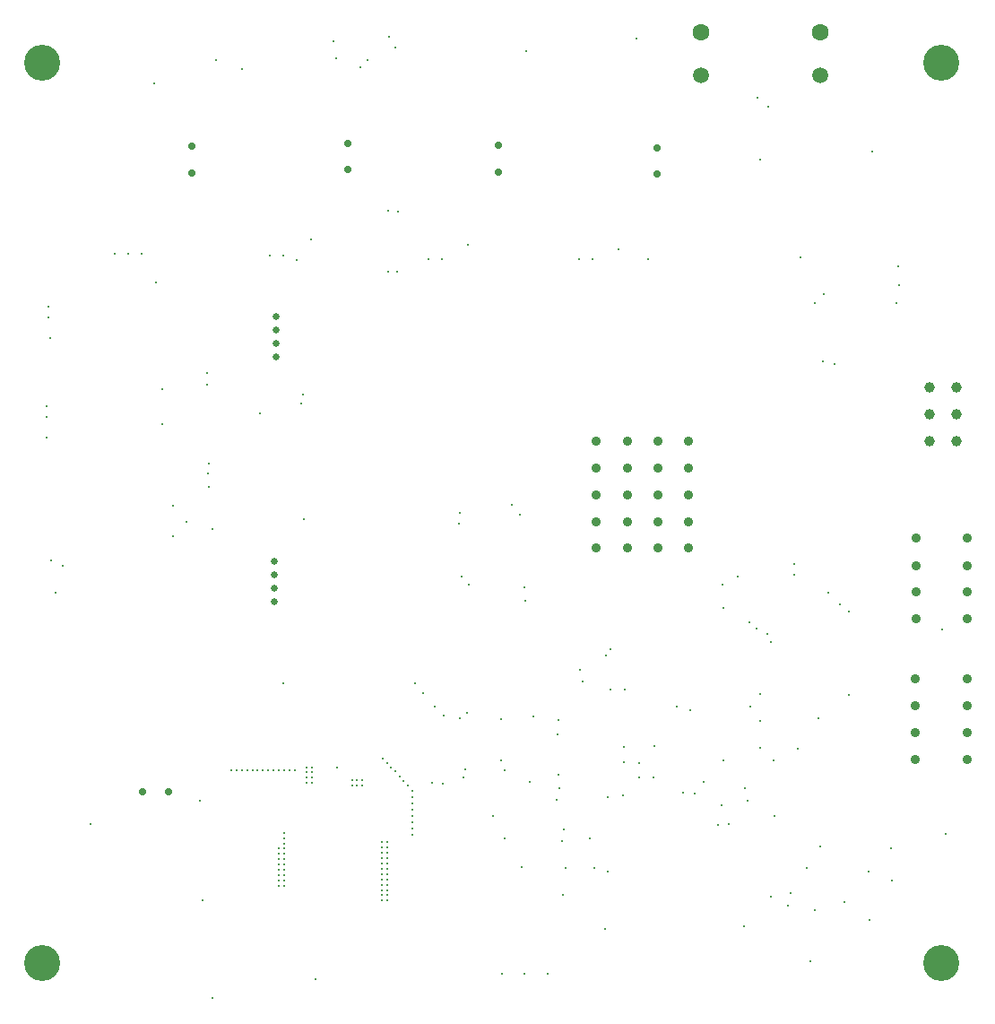
<source format=gbr>
%TF.GenerationSoftware,Altium Limited,Altium Designer,21.7.2 (23)*%
G04 Layer_Color=0*
%FSLAX24Y24*%
%MOIN*%
%TF.SameCoordinates,F115D885-3665-466D-A638-D1939FCD3409*%
%TF.FilePolarity,Positive*%
%TF.FileFunction,Plated,1,2,PTH,Drill*%
%TF.Part,Single*%
G01*
G75*
%TA.AperFunction,ComponentDrill*%
%ADD142C,0.0394*%
%ADD143C,0.0354*%
%ADD144C,0.0276*%
%ADD145C,0.0630*%
%ADD146C,0.0598*%
%ADD147C,0.0256*%
%TA.AperFunction,OtherDrill,Pad Free-4 (3543.307mil,196.85mil)*%
%ADD148C,0.1339*%
%TA.AperFunction,OtherDrill,Pad Free-3 (196.85mil,196.85mil)*%
%ADD149C,0.1339*%
%TA.AperFunction,OtherDrill,Pad Free-2 (196.85mil,3543.307mil)*%
%ADD150C,0.1339*%
%TA.AperFunction,OtherDrill,Pad Free-1 (3543.307mil,3543.307mil)*%
%ADD151C,0.1339*%
%TA.AperFunction,ComponentDrill*%
%ADD152C,0.0276*%
%TA.AperFunction,ViaDrill,NotFilled*%
%ADD153C,0.0118*%
%ADD154C,0.0098*%
D142*
X34984Y23362D02*
D03*
X35984D02*
D03*
X34984Y22362D02*
D03*
X35984D02*
D03*
X34984Y21362D02*
D03*
X35984D02*
D03*
D143*
X22598Y19386D02*
D03*
Y17402D02*
D03*
Y18386D02*
D03*
Y21354D02*
D03*
Y20354D02*
D03*
X23740Y19386D02*
D03*
Y17402D02*
D03*
Y18386D02*
D03*
Y21354D02*
D03*
Y20354D02*
D03*
X24882Y19386D02*
D03*
Y17402D02*
D03*
Y18386D02*
D03*
Y21354D02*
D03*
Y20354D02*
D03*
X26024Y19386D02*
D03*
Y17402D02*
D03*
Y18386D02*
D03*
Y21354D02*
D03*
Y20354D02*
D03*
X36378Y16732D02*
D03*
Y14764D02*
D03*
Y15764D02*
D03*
Y17764D02*
D03*
X34488Y16728D02*
D03*
Y14760D02*
D03*
Y15760D02*
D03*
Y17760D02*
D03*
X36378Y11520D02*
D03*
Y9551D02*
D03*
Y10551D02*
D03*
Y12551D02*
D03*
X34449Y11520D02*
D03*
Y9551D02*
D03*
Y10551D02*
D03*
Y12551D02*
D03*
D144*
X13366Y32441D02*
D03*
Y31457D02*
D03*
X18957Y32362D02*
D03*
Y31378D02*
D03*
X7559Y32323D02*
D03*
Y31339D02*
D03*
X24862Y32283D02*
D03*
Y31299D02*
D03*
D145*
X26488Y36555D02*
D03*
X30913D02*
D03*
D146*
X26488Y34980D02*
D03*
X30913D02*
D03*
D147*
X10669Y25988D02*
D03*
Y25488D02*
D03*
Y24988D02*
D03*
Y24488D02*
D03*
X10630Y16892D02*
D03*
Y16392D02*
D03*
Y15892D02*
D03*
Y15392D02*
D03*
D148*
X35433Y1969D02*
D03*
D149*
X1969D02*
D03*
D150*
Y35433D02*
D03*
D151*
X35433D02*
D03*
D152*
X6693Y8346D02*
D03*
X5709D02*
D03*
D153*
X30906Y6299D02*
D03*
X33543Y6220D02*
D03*
X28583Y34134D02*
D03*
X30709Y3937D02*
D03*
X32756Y3583D02*
D03*
X30433Y5512D02*
D03*
X29724Y4094D02*
D03*
X30551Y2047D02*
D03*
X27244Y7835D02*
D03*
X27126Y7087D02*
D03*
X27520Y7126D02*
D03*
X29803Y4567D02*
D03*
X21392Y6933D02*
D03*
X28701Y11968D02*
D03*
X31969Y11929D02*
D03*
Y15039D02*
D03*
X28307Y11496D02*
D03*
X28701Y9961D02*
D03*
X35438Y14365D02*
D03*
X8307Y669D02*
D03*
X7942Y4316D02*
D03*
X7835Y7992D02*
D03*
X23017Y5372D02*
D03*
X29094Y4449D02*
D03*
X31654Y15315D02*
D03*
X31220Y15748D02*
D03*
X28701Y10984D02*
D03*
X30866Y11063D02*
D03*
X29213Y7441D02*
D03*
X30079Y9921D02*
D03*
X28209Y7988D02*
D03*
X27283Y16024D02*
D03*
X27835Y16339D02*
D03*
X29173Y9488D02*
D03*
X28110Y8465D02*
D03*
X27333Y15177D02*
D03*
X27323Y9488D02*
D03*
X26082Y11369D02*
D03*
X26575Y8701D02*
D03*
X19173Y9134D02*
D03*
X21457Y5512D02*
D03*
X19803Y5551D02*
D03*
X19055Y9488D02*
D03*
Y11024D02*
D03*
X19173Y6614D02*
D03*
X17783Y11260D02*
D03*
X18740Y7441D02*
D03*
X22514Y5496D02*
D03*
X17717Y9173D02*
D03*
X16929Y11181D02*
D03*
X17835Y16024D02*
D03*
X19961Y15433D02*
D03*
X23661Y12126D02*
D03*
X20103Y8689D02*
D03*
X17638Y8858D02*
D03*
X16575Y11496D02*
D03*
X17598Y16339D02*
D03*
X25591Y11496D02*
D03*
X23112Y13625D02*
D03*
X22936Y13394D02*
D03*
X19921Y15945D02*
D03*
X21211Y8456D02*
D03*
X16890Y8622D02*
D03*
X16496Y8661D02*
D03*
X16146Y12012D02*
D03*
X17480Y18307D02*
D03*
X21181Y8976D02*
D03*
X10945Y12362D02*
D03*
X29951Y16393D02*
D03*
X29094Y13898D02*
D03*
X29961Y16811D02*
D03*
X21102Y8031D02*
D03*
X15866Y12362D02*
D03*
X17520Y18701D02*
D03*
X21972Y12878D02*
D03*
X23110Y12126D02*
D03*
X22087Y12441D02*
D03*
X19449Y19016D02*
D03*
X19764Y18622D02*
D03*
X20787Y1570D02*
D03*
X21174Y10988D02*
D03*
X17520Y11063D02*
D03*
X21142Y10472D02*
D03*
X15200Y27657D02*
D03*
X15229Y29910D02*
D03*
X14094Y35551D02*
D03*
X14843Y27677D02*
D03*
Y29921D02*
D03*
X13819Y35276D02*
D03*
X11693Y23110D02*
D03*
X8110Y23898D02*
D03*
X6457Y23307D02*
D03*
X8110Y23465D02*
D03*
X11614Y22756D02*
D03*
X10079Y22402D02*
D03*
X11732Y18465D02*
D03*
X8307Y18110D02*
D03*
X6850Y17835D02*
D03*
X8178Y20523D02*
D03*
X30197Y28189D02*
D03*
X24528Y28150D02*
D03*
X8189Y19685D02*
D03*
X8150Y20157D02*
D03*
X6850Y18976D02*
D03*
X2500Y15730D02*
D03*
X2756Y16732D02*
D03*
X2323Y16929D02*
D03*
X25827Y8307D02*
D03*
X26260Y8268D02*
D03*
X6457Y22008D02*
D03*
X2165Y22283D02*
D03*
Y21496D02*
D03*
Y22677D02*
D03*
X2205Y26378D02*
D03*
X6220Y27283D02*
D03*
X2205Y25984D02*
D03*
X2283Y25197D02*
D03*
X24094Y36339D02*
D03*
X20000Y35866D02*
D03*
X14882Y36417D02*
D03*
X12827Y36236D02*
D03*
X8465Y35551D02*
D03*
X6142Y34685D02*
D03*
X15123Y35989D02*
D03*
X12913Y35591D02*
D03*
X11437Y28110D02*
D03*
X11994Y28858D02*
D03*
X17827Y28661D02*
D03*
X23406Y28504D02*
D03*
X28937Y14213D02*
D03*
X28543Y14409D02*
D03*
X21339Y4494D02*
D03*
X22908Y3227D02*
D03*
X28071Y3346D02*
D03*
X12165Y1378D02*
D03*
X20236Y11136D02*
D03*
X31457Y24252D02*
D03*
X31024Y24331D02*
D03*
X31063Y26850D02*
D03*
X30709Y26496D02*
D03*
X28984Y33813D02*
D03*
X28701Y31850D02*
D03*
X33858Y27165D02*
D03*
X33740Y26496D02*
D03*
X28268Y14646D02*
D03*
X21319Y6488D02*
D03*
X22362Y6614D02*
D03*
X23583Y8189D02*
D03*
X23031Y8150D02*
D03*
X19921Y1570D02*
D03*
X19094D02*
D03*
D154*
X32717Y5354D02*
D03*
X31811Y4252D02*
D03*
X33583Y5039D02*
D03*
X13504Y8780D02*
D03*
X13701Y8583D02*
D03*
Y8780D02*
D03*
X13504Y8583D02*
D03*
X15748Y8150D02*
D03*
Y7913D02*
D03*
Y8386D02*
D03*
X7362Y18386D02*
D03*
X4671Y28342D02*
D03*
X5171D02*
D03*
X3780Y7126D02*
D03*
X9016Y9134D02*
D03*
X9213D02*
D03*
X9409D02*
D03*
Y35197D02*
D03*
X16344Y28145D02*
D03*
X16844D02*
D03*
X5671Y28342D02*
D03*
X10939Y28263D02*
D03*
X10439D02*
D03*
X22459Y28147D02*
D03*
X21959D02*
D03*
X15748Y6732D02*
D03*
Y6969D02*
D03*
Y7205D02*
D03*
Y7441D02*
D03*
Y7677D02*
D03*
X15591Y8583D02*
D03*
X15433Y8740D02*
D03*
X15276Y8898D02*
D03*
X15118Y9094D02*
D03*
X14961Y9252D02*
D03*
X14803Y9409D02*
D03*
X14646Y9567D02*
D03*
X11378Y9134D02*
D03*
X9606D02*
D03*
X9803D02*
D03*
X10000D02*
D03*
X10197D02*
D03*
X10394D02*
D03*
X10591D02*
D03*
X10787D02*
D03*
X10984D02*
D03*
X11181D02*
D03*
X14803Y4291D02*
D03*
X13898Y8780D02*
D03*
Y8583D02*
D03*
X11811Y9252D02*
D03*
X12008D02*
D03*
X11811Y8661D02*
D03*
Y8858D02*
D03*
Y9055D02*
D03*
X12008D02*
D03*
Y8858D02*
D03*
Y8661D02*
D03*
X14803Y4488D02*
D03*
Y4685D02*
D03*
Y4882D02*
D03*
Y5079D02*
D03*
Y5276D02*
D03*
Y5472D02*
D03*
Y5669D02*
D03*
Y5866D02*
D03*
Y6063D02*
D03*
Y6260D02*
D03*
Y6457D02*
D03*
X14606D02*
D03*
Y6260D02*
D03*
Y6063D02*
D03*
Y5866D02*
D03*
Y5669D02*
D03*
Y5472D02*
D03*
Y5276D02*
D03*
Y5079D02*
D03*
Y4882D02*
D03*
Y4685D02*
D03*
Y4488D02*
D03*
Y4291D02*
D03*
X10984Y6811D02*
D03*
Y6614D02*
D03*
X10787Y5039D02*
D03*
Y5236D02*
D03*
Y5433D02*
D03*
Y5630D02*
D03*
Y5827D02*
D03*
Y6024D02*
D03*
Y6220D02*
D03*
X10984Y6417D02*
D03*
Y6220D02*
D03*
Y6024D02*
D03*
Y5827D02*
D03*
Y5630D02*
D03*
Y5433D02*
D03*
Y5236D02*
D03*
Y5039D02*
D03*
Y4843D02*
D03*
X10787D02*
D03*
X33819Y27874D02*
D03*
X35591Y6772D02*
D03*
X32835Y32126D02*
D03*
X24764Y10039D02*
D03*
X24173Y9409D02*
D03*
X24724Y8858D02*
D03*
X24173D02*
D03*
X23622Y9449D02*
D03*
Y10000D02*
D03*
X12953Y9252D02*
D03*
%TF.MD5,791f02645496874ff52c9ea4b49e4d88*%
M02*

</source>
